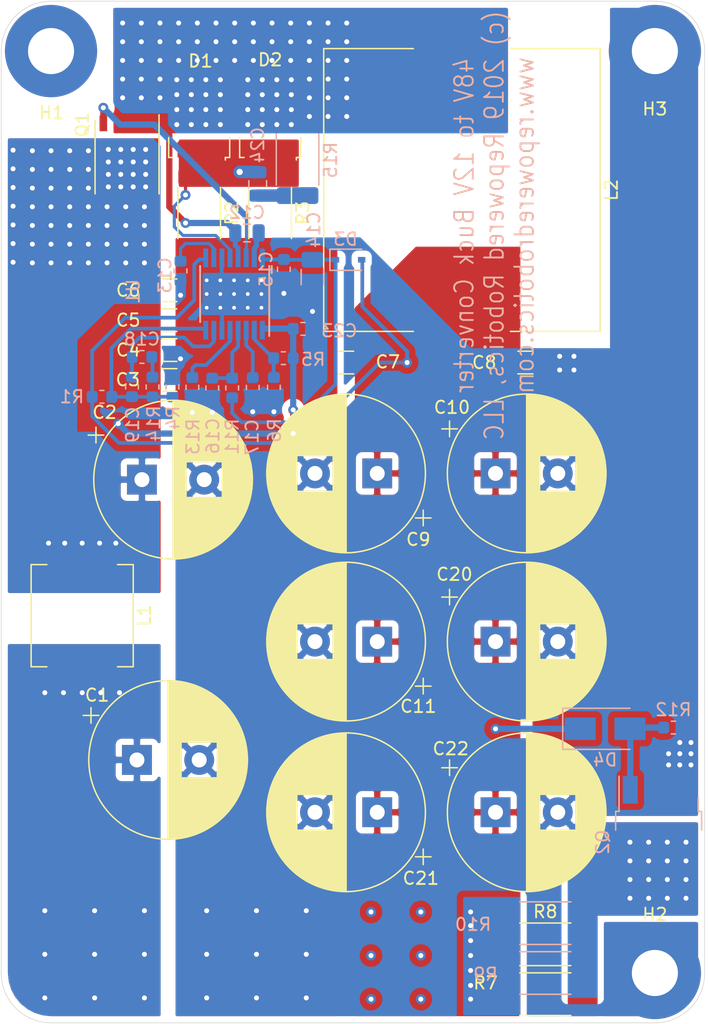
<source format=kicad_pcb>
(kicad_pcb (version 20171130) (host pcbnew "(5.1.2)-2")
  (layers (0 F.Cu signal) (31 B.Cu signal) (34 B.Paste user) (35 F.Paste user) (36 B.SilkS user) (37 F.SilkS user) (38 B.Mask user) (39 F.Mask user) (44 Edge.Cuts user))
  (net 0 "")
  (net 1 GND)
  (net 2 /POWER)
  (net 3 /VIN)
  (net 4 /V_OUT)
  (net 5 /SW)
  (net 6 "Net-(C12-Pad1)")
  (net 7 "Net-(C13-Pad2)")
  (net 8 "Net-(C14-Pad1)")
  (net 9 "Net-(C16-Pad1)")
  (net 10 "Net-(C17-Pad1)")
  (net 11 "Net-(C18-Pad2)")
  (net 12 "Net-(C18-Pad1)")
  (net 13 /FB)
  (net 14 /CS)
  (net 15 "Net-(D4-Pad2)")
  (net 16 /GATE)
  (net 17 "Net-(Q2-Pad2)")
  (net 18 "Net-(R5-Pad1)")
  (net 19 "Net-(R13-Pad1)")
  (net 20 "Net-(H1-Pad1)")
  (net 21 "Net-(C24-Pad2)")
  (module Package_SO:HTSSOP-16-1EP_4.4x5mm_P0.65mm_EP3.4x5mm_Mask3x3mm_ThermalVias_1 (layer B.Cu) (at 68.2 62.5 90)
    (fp_text reference U1 (at 0.2 -8.1 90) (layer B.SilkS) (effects (justify mirror)))
    (fp_text value LM5088-2)
    (pad 4 smd rect (at -2.9 0.325 90) (size 1.5 0.4) (layers B.Cu B.Paste B.Mask) (net 9 "Net-(C16-Pad1)"))
    (pad 9 smd rect (at 2.9 -2.275 90) (size 1.5 0.4) (layers B.Cu B.Paste B.Mask) (net 4 /V_OUT))
    (pad 17 thru_hole circle (at 0 0 90) (size 0.6 0.6) (drill 0.3) (layers *.Cu) (net 1 GND))
    (pad 17 thru_hole circle (at 1.1 1.1 90) (size 0.6 0.6) (drill 0.3) (layers *.Cu) (net 1 GND))
    (pad 17 thru_hole circle (at 1.1 2.2 90) (size 0.6 0.6) (drill 0.3) (layers *.Cu) (net 1 GND))
    (pad 17 thru_hole circle (at -1.1 2.2 90) (size 0.6 0.6) (drill 0.3) (layers *.Cu) (net 1 GND))
    (pad 17 thru_hole circle (at -1.1 1.1 90) (size 0.6 0.6) (drill 0.3) (layers *.Cu) (net 1 GND))
    (pad 17 thru_hole circle (at 0 2.2 90) (size 0.6 0.6) (drill 0.3) (layers *.Cu) (net 1 GND))
    (pad 17 smd rect (at 0 0 90) (size 3.4 5) (layers F.Cu) (net 1 GND))
    (pad 17 thru_hole circle (at 1.1 -1.1 90) (size 0.6 0.6) (drill 0.3) (layers *.Cu) (net 1 GND))
    (pad 8 smd rect (at -2.9 -2.275 90) (size 1.5 0.4) (layers B.Cu B.Paste B.Mask) (net 13 /FB))
    (pad 2 smd rect (at -2.9 1.625 90) (size 1.5 0.4) (layers B.Cu B.Paste B.Mask) (net 18 "Net-(R5-Pad1)"))
    (pad 6 smd rect (at -2.9 -0.975 90) (size 1.5 0.4) (layers B.Cu B.Paste B.Mask) (net 1 GND))
    (pad 16 smd rect (at 2.9 2.275 90) (size 1.5 0.4) (layers B.Cu B.Paste B.Mask) (net 8 "Net-(C14-Pad1)"))
    (pad 17 thru_hole circle (at 1.1 0 90) (size 0.6 0.6) (drill 0.3) (layers *.Cu) (net 1 GND))
    (pad 17 thru_hole circle (at -1.1 -1.1 90) (size 0.6 0.6) (drill 0.3) (layers *.Cu) (net 1 GND))
    (pad 10 smd rect (at 2.9 -1.625 90) (size 1.5 0.4) (layers B.Cu B.Paste B.Mask) (net 7 "Net-(C13-Pad2)"))
    (pad 11 smd rect (at 2.9 -0.975 90) (size 1.5 0.4) (layers B.Cu B.Paste B.Mask) (net 1 GND))
    (pad 1 smd rect (at -2.9 2.275 90) (size 1.5 0.4) (layers B.Cu B.Paste B.Mask) (net 3 /VIN))
    (pad 5 smd rect (at -2.9 -0.325 90) (size 1.5 0.4) (layers B.Cu B.Paste B.Mask) (net 19 "Net-(R13-Pad1)"))
    (pad 12 smd rect (at 2.9 -0.325 90) (size 1.5 0.4) (layers B.Cu B.Paste B.Mask) (net 14 /CS))
    (pad 13 smd rect (at 2.9 0.325 90) (size 1.5 0.4) (layers B.Cu B.Paste B.Mask) (net 5 /SW))
    (pad 14 smd rect (at 2.9 0.975 90) (size 1.5 0.4) (layers B.Cu B.Paste B.Mask) (net 16 /GATE))
    (pad 7 smd rect (at -2.9 -1.625 90) (size 1.5 0.4) (layers B.Cu B.Paste B.Mask) (net 11 "Net-(C18-Pad2)"))
    (pad 17 thru_hole circle (at -1.1 -2.2 90) (size 0.6 0.6) (drill 0.3) (layers *.Cu) (net 1 GND))
    (pad 17 thru_hole circle (at 0 -2.2 90) (size 0.6 0.6) (drill 0.3) (layers *.Cu) (net 1 GND))
    (pad 17 thru_hole circle (at 1.1 -2.2 90) (size 0.6 0.6) (drill 0.3) (layers *.Cu) (net 1 GND))
    (pad 17 smd rect (at 0 0 90) (size 3.4 5) (layers B.Cu) (net 1 GND))
    (pad 15 smd rect (at 2.9 1.625 90) (size 1.5 0.4) (layers B.Cu B.Paste B.Mask) (net 6 "Net-(C12-Pad1)"))
    (pad 17 thru_hole circle (at 0 -1.1 90) (size 0.6 0.6) (drill 0.3) (layers *.Cu) (net 1 GND))
    (pad 17 thru_hole circle (at 0 1.1 90) (size 0.6 0.6) (drill 0.3) (layers *.Cu) (net 1 GND))
    (pad 17 thru_hole circle (at -1.1 0 90) (size 0.6 0.6) (drill 0.3) (layers *.Cu) (net 1 GND))
    (pad 3 smd rect (at -2.9 0.975 90) (size 1.5 0.4) (layers B.Cu B.Paste B.Mask) (net 10 "Net-(C17-Pad1)"))
  )
  (module Capacitor_SMD:C_0603_1608Metric (layer B.Cu) (at 73.7375 65.3)
    (fp_text reference C23 (at 2.9125 0.15) (layer B.SilkS) (effects (justify mirror)))
    (fp_text value 0.1u)
    (pad 2 smd roundrect (at 0.7875 0) (size 0.875 0.95) (layers B.Cu B.Paste B.Mask) (net 1 GND))
    (pad 1 smd roundrect (at -0.7875 0) (size 0.875 0.95) (layers B.Cu B.Paste B.Mask) (net 3 /VIN))
  )
  (module Capacitor_SMD:C_0603_1608Metric (layer B.Cu) (at 72.2 60.5125 270)
    (fp_text reference C15 (at 0 1.43 90) (layer B.SilkS) (effects (justify mirror)))
    (fp_text value 0.1u)
    (pad 2 smd roundrect (at 0.7875 0 270) (size 0.875 0.95) (layers B.Cu B.Paste B.Mask) (net 1 GND))
    (pad 1 smd roundrect (at -0.7875 0 270) (size 0.875 0.95) (layers B.Cu B.Paste B.Mask) (net 8 "Net-(C14-Pad1)"))
  )
  (module Resistor_SMD:R_2512_6332Metric (layer B.Cu) (at 73.3 51.7 270)
    (fp_text reference R15 (at 0.05 -2.65 90) (layer B.SilkS) (effects (justify mirror)))
    (fp_text value 4.7)
    (pad 2 smd roundrect (at 2.9 0 270) (size 1.35 3.35) (layers B.Cu B.Paste B.Mask) (roundrect_rratio 0.185185) (net 21 "Net-(C24-Pad2)"))
    (pad 1 smd roundrect (at -2.9 0 270) (size 1.35 3.35) (layers B.Cu B.Paste B.Mask) (roundrect_rratio 0.185185) (net 5 /SW))
  )
  (module Capacitor_SMD:C_0805_2012Metric (layer B.Cu) (at 70.1 53.6625 270)
    (fp_text reference C24 (at -3.1125 0 90) (layer B.SilkS) (effects (justify mirror)))
    (fp_text value 1500p)
    (pad 2 smd roundrect (at 0.9375 0 270) (size 0.975 1.4) (layers B.Cu B.Paste B.Mask) (net 21 "Net-(C24-Pad2)"))
    (pad 1 smd roundrect (at -0.9375 0 270) (size 0.975 1.4) (layers B.Cu B.Paste B.Mask) (net 14 /CS))
  )
  (module Capacitor_SMD:C_0805_2012Metric (layer B.Cu) (at 69.2375 57.6 180)
    (fp_text reference C12 (at 0 1.65) (layer B.SilkS) (effects (justify mirror)))
    (fp_text value 0.1u)
    (pad 2 smd roundrect (at 0.9375 0 180) (size 0.975 1.4) (layers B.Cu B.Paste B.Mask) (net 5 /SW))
    (pad 1 smd roundrect (at -0.9375 0 180) (size 0.975 1.4) (layers B.Cu B.Paste B.Mask) (net 6 "Net-(C12-Pad1)"))
  )
  (module Resistor_SMD:R_0603_1608Metric (layer B.Cu) (at 61.65 69.9625 90)
    (fp_text reference R14 (at -2.9375 0.1 90) (layer B.SilkS) (effects (justify mirror)))
    (fp_text value 47k)
    (pad 2 smd roundrect (at 0.7875 0 90) (size 0.875 0.95) (layers B.Cu B.Paste B.Mask) (net 12 "Net-(C18-Pad1)"))
    (pad 1 smd roundrect (at -0.7875 0 90) (size 0.875 0.95) (layers B.Cu B.Paste B.Mask) (net 13 /FB))
  )
  (module Resistor_SMD:R_0603_1608Metric (layer B.Cu) (at 64.85 69.9875 270)
    (fp_text reference R13 (at 3.9625 -0.05 90) (layer B.SilkS) (effects (justify mirror)))
    (fp_text value 20k)
    (pad 2 smd roundrect (at 0.7875 0 270) (size 0.875 0.95) (layers B.Cu B.Paste B.Mask) (net 1 GND))
    (pad 1 smd roundrect (at -0.7875 0 270) (size 0.875 0.95) (layers B.Cu B.Paste B.Mask) (net 19 "Net-(R13-Pad1)"))
  )
  (module Resistor_SMD:R_0603_1608Metric (layer B.Cu) (at 103.4875 97.3 180)
    (fp_text reference R12 (at 0 1.43) (layer B.SilkS) (effects (justify mirror)))
    (fp_text value 2.2k)
    (pad 2 smd roundrect (at 0.7875 0 180) (size 0.875 0.95) (layers B.Cu B.Paste B.Mask) (net 15 "Net-(D4-Pad2)"))
    (pad 1 smd roundrect (at -0.7875 0 180) (size 0.875 0.95) (layers B.Cu B.Paste B.Mask) (net 1 GND))
  )
  (module Resistor_SMD:R_0603_1608Metric (layer B.Cu) (at 68.05 70.0375 270)
    (fp_text reference R11 (at 3.9125 0 90) (layer B.SilkS) (effects (justify mirror)))
    (fp_text value 330k)
    (pad 2 smd roundrect (at 0.7875 0 270) (size 0.875 0.95) (layers B.Cu B.Paste B.Mask) (net 8 "Net-(C14-Pad1)"))
    (pad 1 smd roundrect (at -0.7875 0 270) (size 0.875 0.95) (layers B.Cu B.Paste B.Mask) (net 9 "Net-(C16-Pad1)"))
  )
  (module Resistor_SMD:R_2512_6332Metric (layer B.Cu) (at 93.2 113)
    (fp_text reference R10 (at -5.8 0.1) (layer B.SilkS) (effects (justify mirror)))
    (fp_text value 4.7)
    (pad 2 smd roundrect (at 2.9 0) (size 1.35 3.35) (layers B.Cu B.Paste B.Mask) (roundrect_rratio 0.185185) (net 17 "Net-(Q2-Pad2)"))
    (pad 1 smd roundrect (at -2.9 0) (size 1.35 3.35) (layers B.Cu B.Paste B.Mask) (roundrect_rratio 0.185185) (net 4 /V_OUT))
  )
  (module Resistor_SMD:R_2512_6332Metric (layer B.Cu) (at 93.2 117)
    (fp_text reference R9 (at -4.8 0.1) (layer B.SilkS) (effects (justify mirror)))
    (fp_text value 4.7)
    (pad 2 smd roundrect (at 2.9 0) (size 1.35 3.35) (layers B.Cu B.Paste B.Mask) (roundrect_rratio 0.185185) (net 17 "Net-(Q2-Pad2)"))
    (pad 1 smd roundrect (at -2.9 0) (size 1.35 3.35) (layers B.Cu B.Paste B.Mask) (roundrect_rratio 0.185185) (net 4 /V_OUT))
  )
  (module Resistor_SMD:R_2512_6332Metric (layer F.Cu) (at 93.2 114.7)
    (fp_text reference R8 (at 0 -2.62) (layer F.SilkS))
    (fp_text value 4.7)
    (pad 2 smd roundrect (at 2.9 0) (size 1.35 3.35) (layers F.Cu F.Paste F.Mask) (roundrect_rratio 0.185185) (net 17 "Net-(Q2-Pad2)"))
    (pad 1 smd roundrect (at -2.9 0) (size 1.35 3.35) (layers F.Cu F.Paste F.Mask) (roundrect_rratio 0.185185) (net 4 /V_OUT))
  )
  (module Resistor_SMD:R_2512_6332Metric (layer F.Cu) (at 93.2 118.7)
    (fp_text reference R7 (at -4.8 -0.9) (layer F.SilkS))
    (fp_text value 4.7)
    (pad 2 smd roundrect (at 2.9 0) (size 1.35 3.35) (layers F.Cu F.Paste F.Mask) (roundrect_rratio 0.185185) (net 17 "Net-(Q2-Pad2)"))
    (pad 1 smd roundrect (at -2.9 0) (size 1.35 3.35) (layers F.Cu F.Paste F.Mask) (roundrect_rratio 0.185185) (net 4 /V_OUT))
  )
  (module Resistor_SMD:R_0603_1608Metric (layer B.Cu) (at 71.4 69.9875 90)
    (fp_text reference R6 (at -3.4625 0.05 90) (layer B.SilkS) (effects (justify mirror)))
    (fp_text value 3.3k)
    (pad 2 smd roundrect (at 0.7875 0 90) (size 0.875 0.95) (layers B.Cu B.Paste B.Mask) (net 18 "Net-(R5-Pad1)"))
    (pad 1 smd roundrect (at -0.7875 0 90) (size 0.875 0.95) (layers B.Cu B.Paste B.Mask) (net 1 GND))
  )
  (module Resistor_SMD:R_0603_1608Metric (layer B.Cu) (at 72.1625 67.65)
    (fp_text reference R5 (at 2.3875 0.1) (layer B.SilkS) (effects (justify mirror)))
    (fp_text value 47k)
    (pad 2 smd roundrect (at 0.7875 0) (size 0.875 0.95) (layers B.Cu B.Paste B.Mask) (net 3 /VIN))
    (pad 1 smd roundrect (at -0.7875 0) (size 0.875 0.95) (layers B.Cu B.Paste B.Mask) (net 18 "Net-(R5-Pad1)"))
  )
  (module Resistor_SMD:R_0603_1608Metric (layer B.Cu) (at 63.25 69.9625 90)
    (fp_text reference R4 (at -2.4875 0.05 90) (layer B.SilkS) (effects (justify mirror)))
    (fp_text value 2.2k)
    (pad 2 smd roundrect (at 0.7875 0 90) (size 0.875 0.95) (layers B.Cu B.Paste B.Mask) (net 1 GND))
    (pad 1 smd roundrect (at -0.7875 0 90) (size 0.875 0.95) (layers B.Cu B.Paste B.Mask) (net 13 /FB))
  )
  (module Resistor_SMD:R_2512_6332Metric (layer F.Cu) (at 71.1 56 270)
    (fp_text reference R3 (at 0 -2.62 90) (layer F.SilkS))
    (fp_text value 0.005)
    (pad 2 smd roundrect (at 2.9 0 270) (size 1.35 3.35) (layers F.Cu F.Paste F.Mask) (roundrect_rratio 0.185185) (net 1 GND))
    (pad 1 smd roundrect (at -2.9 0 270) (size 1.35 3.35) (layers F.Cu F.Paste F.Mask) (roundrect_rratio 0.185185) (net 14 /CS))
  )
  (module Resistor_SMD:R_2512_6332Metric (layer F.Cu) (at 65.4 56 270)
    (fp_text reference R2 (at 0 -2.62 90) (layer F.SilkS))
    (fp_text value 0.005)
    (pad 2 smd roundrect (at 2.9 0 270) (size 1.35 3.35) (layers F.Cu F.Paste F.Mask) (roundrect_rratio 0.185185) (net 1 GND))
    (pad 1 smd roundrect (at -2.9 0 270) (size 1.35 3.35) (layers F.Cu F.Paste F.Mask) (roundrect_rratio 0.185185) (net 14 /CS))
  )
  (module Resistor_SMD:R_0603_1608Metric (layer B.Cu) (at 57.5875 70.75)
    (fp_text reference R1 (at -2.4125 0) (layer B.SilkS) (effects (justify mirror)))
    (fp_text value 20k)
    (pad 2 smd roundrect (at 0.7875 0) (size 0.875 0.95) (layers B.Cu B.Paste B.Mask) (net 13 /FB))
    (pad 1 smd roundrect (at -0.7875 0) (size 0.875 0.95) (layers B.Cu B.Paste B.Mask) (net 4 /V_OUT))
  )
  (module Package_TO_SOT_SMD:TO-252-2 (layer B.Cu) (at 102.3 106.5 270)
    (fp_text reference Q2 (at 0 4.5 90) (layer B.SilkS) (effects (justify mirror)))
    (fp_text value 2SC6017)
    (pad 2 smd rect (at 2.1 0 270) (size 6.4 5.8) (layers B.Cu B.Mask) (net 17 "Net-(Q2-Pad2)"))
    (pad 3 smd rect (at -4.2 -2.28 270) (size 2.2 1.2) (layers B.Cu B.Paste B.Mask) (net 1 GND))
    (pad 1 smd rect (at -4.2 2.28 270) (size 2.2 1.2) (layers B.Cu B.Paste B.Mask) (net 15 "Net-(D4-Pad2)"))
  )
  (module Package_SO:PowerPAK_SO-8L_Single (layer F.Cu) (at 59.605 51.515 270)
    (fp_text reference Q1 (at -2.615 3.605 90) (layer F.SilkS))
    (fp_text value SQJ488EP)
    (pad 5 smd rect (at 0.1 2.25 270) (size 0.61 0.6) (layers F.Cu F.Paste F.Mask) (net 3 /VIN))
    (pad 5 smd rect (at 0 -2.25 270) (size 0.61 0.6) (layers F.Cu F.Paste F.Mask) (net 3 /VIN))
    (pad 5 smd rect (at 0.69 0 270) (size 3.81 4) (layers F.Cu F.Paste F.Mask) (net 3 /VIN))
    (pad 5 smd rect (at 2.85 0 270) (size 0.51 5) (layers F.Cu F.Paste F.Mask) (net 3 /VIN))
    (pad 4 smd rect (at -2.715 1.905 270) (size 1.27 0.61) (layers F.Cu F.Paste F.Mask) (net 16 /GATE))
    (pad 3 smd rect (at -2.715 0.635 270) (size 1.27 0.61) (layers F.Cu F.Paste F.Mask) (net 5 /SW))
    (pad 2 smd rect (at -2.715 -0.635 270) (size 1.27 0.61) (layers F.Cu F.Paste F.Mask) (net 5 /SW))
    (pad 1 smd rect (at -2.715 -1.905 270) (size 1.27 0.61) (layers F.Cu F.Paste F.Mask) (net 5 /SW))
  )
  (module Inductor_SMD:L_Wuerth_HCI-2212 (layer F.Cu) (at 86.5 54.15 270)
    (fp_text reference L2 (at 0 -12 90) (layer F.SilkS))
    (fp_text value 3.3uH)
    (pad 2 smd rect (at 8.25 0 270) (size 7 7) (layers F.Cu F.Paste F.Mask) (net 4 /V_OUT))
    (pad 1 smd rect (at -8.25 0 270) (size 7 7) (layers F.Cu F.Paste F.Mask) (net 5 /SW))
  )
  (module Inductor_SMD:L_Vishay_IHLP-3232 (layer F.Cu) (at 56 88.32 90)
    (fp_text reference L1 (at 0.02 5 90) (layer F.SilkS))
    (fp_text value 330nH)
    (pad 2 smd rect (at 3.62 0 90) (size 2.413 5.334) (layers F.Cu F.Paste F.Mask) (net 3 /VIN))
    (pad 1 smd rect (at -3.62 0 90) (size 2.413 5.334) (layers F.Cu F.Paste F.Mask) (net 2 /POWER))
  )
  (module MountingHole:MountingHole_3.7mm_Pad (layer F.Cu) (at 102 43)
    (fp_text reference H3 (at 0 4.65) (layer F.SilkS))
    (fp_text value MountingHole_Pad)
    (pad 1 thru_hole circle (at 0 0) (size 7.4 7.4) (drill 3.7) (layers *.Cu *.Mask) (net 1 GND))
  )
  (module MountingHole:MountingHole_3.7mm_Pad (layer F.Cu) (at 102 117)
    (fp_text reference H2 (at 0 -4.7) (layer F.SilkS))
    (fp_text value MountingHole_Pad)
    (pad 1 thru_hole circle (at 0 0) (size 7.4 7.4) (drill 3.7) (layers *.Cu *.Mask) (net 1 GND))
  )
  (module MountingHole:MountingHole_3.7mm_Pad (layer F.Cu) (at 53.5 43)
    (fp_text reference H1 (at 0.05 4.95) (layer F.SilkS))
    (fp_text value MountingHole_Pad)
    (pad 1 thru_hole circle (at 0 0) (size 7.4 7.4) (drill 3.7) (layers *.Cu *.Mask) (net 20 "Net-(H1-Pad1)"))
  )
  (module Diode_SMD:D_SMA (layer B.Cu) (at 98 97.4)
    (fp_text reference D4 (at 0 2.5) (layer B.SilkS) (effects (justify mirror)))
    (fp_text value 1SMA4742TR)
    (pad 2 smd rect (at 2 0) (size 2.5 1.8) (layers B.Cu B.Paste B.Mask) (net 15 "Net-(D4-Pad2)"))
    (pad 1 smd rect (at -2 0) (size 2.5 1.8) (layers B.Cu B.Paste B.Mask) (net 4 /V_OUT))
  )
  (module Diode_SMD:D_SOD-323 (layer B.Cu) (at 77.4 59.75)
    (fp_text reference D3 (at -0.25 -1.65) (layer B.SilkS) (effects (justify mirror)))
    (fp_text value NRS0530)
    (pad 2 smd rect (at 1.05 0) (size 0.6 0.45) (layers B.Cu B.Paste B.Mask) (net 4 /V_OUT))
    (pad 1 smd rect (at -1.05 0) (size 0.6 0.45) (layers B.Cu B.Paste B.Mask) (net 8 "Net-(C14-Pad1)"))
  )
  (module Package_TO_SOT_SMD:TO-277A (layer F.Cu) (at 71.1 48.14 180)
    (fp_text reference D2 (at 0 4.44 180) (layer F.SilkS))
    (fp_text value FSV15150V)
    (pad 2 smd rect (at 1.04 -2.765) (size 1.4 1.27) (layers F.Cu F.Paste F.Mask) (net 14 /CS))
    (pad 3 smd rect (at 0 1.04) (size 4.8 4.72) (layers F.Cu F.Mask) (net 5 /SW))
    (pad 1 smd rect (at -1.04 -2.765) (size 1.4 1.27) (layers F.Cu F.Paste F.Mask) (net 14 /CS))
  )
  (module Package_TO_SOT_SMD:TO-277A (layer F.Cu) (at 65.4 48.14 180)
    (fp_text reference D1 (at -0.1 4.34 180) (layer F.SilkS))
    (fp_text value FSV15150V)
    (pad 2 smd rect (at 1.04 -2.765) (size 1.4 1.27) (layers F.Cu F.Paste F.Mask) (net 14 /CS))
    (pad 3 smd rect (at 0 1.04) (size 4.8 4.72) (layers F.Cu F.Mask) (net 5 /SW))
    (pad 1 smd rect (at -1.04 -2.765) (size 1.4 1.27) (layers F.Cu F.Paste F.Mask) (net 14 /CS))
  )
  (module Capacitor_THT:CP_Radial_D12.5mm_P5.00mm (layer F.Cu) (at 89.2 104.1)
    (fp_text reference C22 (at -3.6 -5.1) (layer F.SilkS))
    (fp_text value 470u)
    (pad 2 thru_hole circle (at 5 0) (size 2.4 2.4) (drill 1.2) (layers *.Cu *.Mask) (net 1 GND))
    (pad 1 thru_hole rect (at 0 0) (size 2.4 2.4) (drill 1.2) (layers *.Cu *.Mask) (net 4 /V_OUT))
  )
  (module Capacitor_THT:CP_Radial_D12.5mm_P5.00mm (layer F.Cu) (at 79.7 104.1 180)
    (fp_text reference C21 (at -3.5 -5.3) (layer F.SilkS))
    (fp_text value 470u)
    (pad 2 thru_hole circle (at 5 0 180) (size 2.4 2.4) (drill 1.2) (layers *.Cu *.Mask) (net 1 GND))
    (pad 1 thru_hole rect (at 0 0 180) (size 2.4 2.4) (drill 1.2) (layers *.Cu *.Mask) (net 4 /V_OUT))
  )
  (module Capacitor_THT:CP_Radial_D12.5mm_P5.00mm (layer F.Cu) (at 89.2 90.4)
    (fp_text reference C20 (at -3.3 -5.4) (layer F.SilkS))
    (fp_text value 470u)
    (pad 2 thru_hole circle (at 5 0) (size 2.4 2.4) (drill 1.2) (layers *.Cu *.Mask) (net 1 GND))
    (pad 1 thru_hole rect (at 0 0) (size 2.4 2.4) (drill 1.2) (layers *.Cu *.Mask) (net 4 /V_OUT))
  )
  (module Capacitor_SMD:C_0603_1608Metric (layer B.Cu) (at 60 69.95 90)
    (fp_text reference C19 (at -3.05 0.05 90) (layer B.SilkS) (effects (justify mirror)))
    (fp_text value 33p)
    (pad 2 smd roundrect (at 0.7875 0 90) (size 0.875 0.95) (layers B.Cu B.Paste B.Mask) (net 11 "Net-(C18-Pad2)"))
    (pad 1 smd roundrect (at -0.7875 0 90) (size 0.875 0.95) (layers B.Cu B.Paste B.Mask) (net 13 /FB))
  )
  (module Capacitor_SMD:C_0603_1608Metric (layer B.Cu) (at 60.8 67.55 180)
    (fp_text reference C18 (at 0 1.43) (layer B.SilkS) (effects (justify mirror)))
    (fp_text value 4700p)
    (pad 2 smd roundrect (at 0.7875 0 180) (size 0.875 0.95) (layers B.Cu B.Paste B.Mask) (net 11 "Net-(C18-Pad2)"))
    (pad 1 smd roundrect (at -0.7875 0 180) (size 0.875 0.95) (layers B.Cu B.Paste B.Mask) (net 12 "Net-(C18-Pad1)"))
  )
  (module Capacitor_SMD:C_0603_1608Metric (layer B.Cu) (at 69.7 70 270)
    (fp_text reference C17 (at 4 0.05 90) (layer B.SilkS) (effects (justify mirror)))
    (fp_text value 0.1u)
    (pad 2 smd roundrect (at 0.7875 0 270) (size 0.875 0.95) (layers B.Cu B.Paste B.Mask) (net 1 GND))
    (pad 1 smd roundrect (at -0.7875 0 270) (size 0.875 0.95) (layers B.Cu B.Paste B.Mask) (net 10 "Net-(C17-Pad1)"))
  )
  (module Capacitor_SMD:C_0603_1608Metric (layer B.Cu) (at 66.45 70.0375 270)
    (fp_text reference C16 (at 3.8625 -0.05 90) (layer B.SilkS) (effects (justify mirror)))
    (fp_text value 150p)
    (pad 2 smd roundrect (at 0.7875 0 270) (size 0.875 0.95) (layers B.Cu B.Paste B.Mask) (net 1 GND))
    (pad 1 smd roundrect (at -0.7875 0 270) (size 0.875 0.95) (layers B.Cu B.Paste B.Mask) (net 9 "Net-(C16-Pad1)"))
  )
  (module Capacitor_SMD:C_1206_3216Metric (layer B.Cu) (at 74.5 61.15 270)
    (fp_text reference C14 (at -3.8 -0.1 90) (layer B.SilkS) (effects (justify mirror)))
    (fp_text value 10u)
    (pad 2 smd roundrect (at 1.4 0 270) (size 1.25 1.75) (layers B.Cu B.Paste B.Mask) (roundrect_rratio 0.2) (net 1 GND))
    (pad 1 smd roundrect (at -1.4 0 270) (size 1.25 1.75) (layers B.Cu B.Paste B.Mask) (roundrect_rratio 0.2) (net 8 "Net-(C14-Pad1)"))
  )
  (module Capacitor_SMD:C_0603_1608Metric (layer B.Cu) (at 63.9 60.65 90)
    (fp_text reference C13 (at -0.35 -1.25 90) (layer B.SilkS) (effects (justify mirror)))
    (fp_text value 0.1u)
    (pad 2 smd roundrect (at 0.7875 0 90) (size 0.875 0.95) (layers B.Cu B.Paste B.Mask) (net 7 "Net-(C13-Pad2)"))
    (pad 1 smd roundrect (at -0.7875 0 90) (size 0.875 0.95) (layers B.Cu B.Paste B.Mask) (net 1 GND))
  )
  (module Capacitor_THT:CP_Radial_D12.5mm_P5.00mm (layer F.Cu) (at 79.7 90.4 180)
    (fp_text reference C11 (at -3.3 -5.2) (layer F.SilkS))
    (fp_text value 470u)
    (pad 2 thru_hole circle (at 5 0 180) (size 2.4 2.4) (drill 1.2) (layers *.Cu *.Mask) (net 1 GND))
    (pad 1 thru_hole rect (at 0 0 180) (size 2.4 2.4) (drill 1.2) (layers *.Cu *.Mask) (net 4 /V_OUT))
  )
  (module Capacitor_THT:CP_Radial_D12.5mm_P5.00mm (layer F.Cu) (at 89.2 76.9)
    (fp_text reference C10 (at -3.5 -5.3) (layer F.SilkS))
    (fp_text value 470u)
    (pad 2 thru_hole circle (at 5 0) (size 2.4 2.4) (drill 1.2) (layers *.Cu *.Mask) (net 1 GND))
    (pad 1 thru_hole rect (at 0 0) (size 2.4 2.4) (drill 1.2) (layers *.Cu *.Mask) (net 4 /V_OUT))
  )
  (module Capacitor_THT:CP_Radial_D12.5mm_P5.00mm (layer F.Cu) (at 79.7 76.9 180)
    (fp_text reference C9 (at -3.3 -5.3 180) (layer F.SilkS))
    (fp_text value 470u)
    (pad 2 thru_hole circle (at 5 0 180) (size 2.4 2.4) (drill 1.2) (layers *.Cu *.Mask) (net 1 GND))
    (pad 1 thru_hole rect (at 0 0 180) (size 2.4 2.4) (drill 1.2) (layers *.Cu *.Mask) (net 4 /V_OUT))
  )
  (module Capacitor_SMD:C_1206_3216Metric (layer F.Cu) (at 91.6 68)
    (fp_text reference C8 (at -3.3 0) (layer F.SilkS))
    (fp_text value 10u)
    (pad 2 smd roundrect (at 1.4 0) (size 1.25 1.75) (layers F.Cu F.Paste F.Mask) (roundrect_rratio 0.2) (net 1 GND))
    (pad 1 smd roundrect (at -1.4 0) (size 1.25 1.75) (layers F.Cu F.Paste F.Mask) (roundrect_rratio 0.2) (net 4 /V_OUT))
  )
  (module Capacitor_SMD:C_1206_3216Metric (layer F.Cu) (at 77.2 68 180)
    (fp_text reference C7 (at -3.35 0.05) (layer F.SilkS))
    (fp_text value 10u)
    (pad 2 smd roundrect (at 1.4 0 180) (size 1.25 1.75) (layers F.Cu F.Paste F.Mask) (roundrect_rratio 0.2) (net 1 GND))
    (pad 1 smd roundrect (at -1.4 0 180) (size 1.25 1.75) (layers F.Cu F.Paste F.Mask) (roundrect_rratio 0.2) (net 4 /V_OUT))
  )
  (module Capacitor_SMD:C_1206_3216Metric (layer F.Cu) (at 63 62.2)
    (fp_text reference C6 (at -3.3 0) (layer F.SilkS))
    (fp_text value 1u)
    (pad 2 smd roundrect (at 1.4 0) (size 1.25 1.75) (layers F.Cu F.Paste F.Mask) (roundrect_rratio 0.2) (net 1 GND))
    (pad 1 smd roundrect (at -1.4 0) (size 1.25 1.75) (layers F.Cu F.Paste F.Mask) (roundrect_rratio 0.2) (net 3 /VIN))
  )
  (module Capacitor_SMD:C_1206_3216Metric (layer F.Cu) (at 63 64.6)
    (fp_text reference C5 (at -3.3 0) (layer F.SilkS))
    (fp_text value 1u)
    (pad 2 smd roundrect (at 1.4 0) (size 1.25 1.75) (layers F.Cu F.Paste F.Mask) (roundrect_rratio 0.2) (net 1 GND))
    (pad 1 smd roundrect (at -1.4 0) (size 1.25 1.75) (layers F.Cu F.Paste F.Mask) (roundrect_rratio 0.2) (net 3 /VIN))
  )
  (module Capacitor_SMD:C_1206_3216Metric (layer F.Cu) (at 63 67)
    (fp_text reference C4 (at -3.3 0) (layer F.SilkS))
    (fp_text value 1u)
    (pad 2 smd roundrect (at 1.4 0) (size 1.25 1.75) (layers F.Cu F.Paste F.Mask) (roundrect_rratio 0.2) (net 1 GND))
    (pad 1 smd roundrect (at -1.4 0) (size 1.25 1.75) (layers F.Cu F.Paste F.Mask) (roundrect_rratio 0.2) (net 3 /VIN))
  )
  (module Capacitor_SMD:C_1206_3216Metric (layer F.Cu) (at 63 69.4)
    (fp_text reference C3 (at -3.327918 -0.02) (layer F.SilkS))
    (fp_text value 1u)
    (pad 2 smd roundrect (at 1.4 0) (size 1.25 1.75) (layers F.Cu F.Paste F.Mask) (roundrect_rratio 0.2) (net 1 GND))
    (pad 1 smd roundrect (at -1.4 0) (size 1.25 1.75) (layers F.Cu F.Paste F.Mask) (roundrect_rratio 0.2) (net 3 /VIN))
  )
  (module Capacitor_THT:CP_Radial_D12.5mm_P5.00mm (layer F.Cu) (at 60.8 77.4)
    (fp_text reference C2 (at -3 -5.4) (layer F.SilkS))
    (fp_text value 47u)
    (pad 2 thru_hole circle (at 5 0) (size 2.4 2.4) (drill 1.2) (layers *.Cu *.Mask) (net 1 GND))
    (pad 1 thru_hole rect (at 0 0) (size 2.4 2.4) (drill 1.2) (layers *.Cu *.Mask) (net 3 /VIN))
  )
  (module Capacitor_THT:CP_Radial_D12.5mm_P5.00mm (layer F.Cu) (at 60.4 99.9)
    (fp_text reference C1 (at -3.2 -5.2) (layer F.SilkS))
    (fp_text value 47u)
    (pad 2 thru_hole circle (at 5 0) (size 2.4 2.4) (drill 1.2) (layers *.Cu *.Mask) (net 1 GND))
    (pad 1 thru_hole rect (at 0 0) (size 2.4 2.4) (drill 1.2) (layers *.Cu *.Mask) (net 2 /POWER))
  )
  (gr_text "48V to 12V Buck Converter\n(c) 2019 Repowered Robotics, LLC\nwww.repoweredrobotics.com" (at 89.1 57 90) (layer B.SilkS) (effects (font (size 1.5 1.3)) (justify mirror)))
  (gr_arc (start 53.5 117) (end 49.5 117) (angle -90) (layer Edge.Cuts) (width 0.05))
  (gr_line (start 102 121) (end 53.5 121) (layer Edge.Cuts) (width 0.05))
  (gr_arc (start 102 117) (end 102 121) (angle -90) (layer Edge.Cuts) (width 0.05))
  (gr_line (start 106 43) (end 106 117) (layer Edge.Cuts) (width 0.05))
  (gr_arc (start 102 43) (end 106 43) (angle -90) (layer Edge.Cuts) (width 0.05))
  (gr_line (start 49.5 43) (end 49.5 117) (layer Edge.Cuts) (width 0.05))
  (gr_arc (start 53.5 43) (end 53.5 39) (angle -90) (layer Edge.Cuts) (width 0.05))
  (gr_line (start 53.5 39) (end 102 39) (layer Edge.Cuts) (width 0.05))
  (via (at 63.9 62.6) (size 0.8) (drill 0.4) (layers F.Cu B.Cu) (net 1))
  (via (at 74 115.5) (size 0.8) (drill 0.4) (layers F.Cu B.Cu) (net 1))
  (via (at 70 119) (size 0.8) (drill 0.4) (layers F.Cu B.Cu) (net 1))
  (via (at 74 112) (size 0.8) (drill 0.4) (layers F.Cu B.Cu) (net 1))
  (via (at 66 112) (size 0.8) (drill 0.4) (layers F.Cu B.Cu) (net 1))
  (via (at 74 119) (size 0.8) (drill 0.4) (layers F.Cu B.Cu) (net 1))
  (via (at 70 112) (size 0.8) (drill 0.4) (layers F.Cu B.Cu) (net 1))
  (via (at 70 115.5) (size 0.8) (drill 0.4) (layers F.Cu B.Cu) (net 1))
  (via (at 66 115.5) (size 0.8) (drill 0.4) (layers F.Cu B.Cu) (net 1))
  (via (at 66 119) (size 0.8) (drill 0.4) (layers F.Cu B.Cu) (net 1))
  (via (at 64.85 72) (size 0.8) (drill 0.4) (layers F.Cu B.Cu) (net 1))
  (via (at 94.35 67.5) (size 0.8) (drill 0.4) (layers F.Cu B.Cu) (net 1))
  (via (at 94.35 68.6) (size 0.8) (drill 0.4) (layers F.Cu B.Cu) (net 1))
  (via (at 74.5 63.9) (size 0.8) (drill 0.4) (layers F.Cu B.Cu) (net 1))
  (via (at 72.2 62.45) (size 0.8) (drill 0.4) (layers F.Cu B.Cu) (net 1))
  (via (at 69.7 71.95) (size 0.8) (drill 0.4) (layers F.Cu B.Cu) (net 1))
  (via (at 66.45 72) (size 0.8) (drill 0.4) (layers F.Cu B.Cu) (net 1))
  (via (at 71.4 71.95) (size 0.8) (drill 0.4) (layers F.Cu B.Cu) (net 1))
  (segment (start 67.225 59.725) (end 67.225 60.075) (width 0.25) (layer B.Cu) (net 1))
  (segment (start 67.225 60.075) (end 67.2 60.1) (width 0.25) (layer B.Cu) (net 1))
  (segment (start 67.225 65.275) (end 67.225 63.675) (width 0.3) (layer B.Cu) (net 1))
  (segment (start 67.225 63.675) (end 67.15 63.6) (width 0.3) (layer B.Cu) (net 1))
  (via (at 95.5 68.6) (size 0.8) (drill 0.4) (layers F.Cu B.Cu) (net 1))
  (via (at 95.5 67.5) (size 0.8) (drill 0.4) (layers F.Cu B.Cu) (net 1))
  (via (at 104.9 100.3) (size 0.8) (drill 0.4) (layers F.Cu B.Cu) (net 1))
  (via (at 104 100.3) (size 0.8) (drill 0.4) (layers F.Cu B.Cu) (net 1))
  (via (at 104 99.4) (size 0.8) (drill 0.4) (layers F.Cu B.Cu) (net 1))
  (via (at 104.9 99.4) (size 0.8) (drill 0.4) (layers F.Cu B.Cu) (net 1))
  (via (at 104.9 98.5) (size 0.8) (drill 0.4) (layers F.Cu B.Cu) (net 1))
  (via (at 104 98.5) (size 0.8) (drill 0.4) (layers F.Cu B.Cu) (net 1))
  (via (at 103.1 99.4) (size 0.8) (drill 0.4) (layers F.Cu B.Cu) (net 1))
  (via (at 103.1 100.3) (size 0.8) (drill 0.4) (layers F.Cu B.Cu) (net 1))
  (segment (start 67.2 60.1) (end 67.2 61.15) (width 0.3) (layer B.Cu) (net 1))
  (via (at 63.9 67.7) (size 0.8) (drill 0.4) (layers F.Cu B.Cu) (net 1))
  (via (at 61 112) (size 0.8) (drill 0.4) (layers F.Cu B.Cu) (net 2))
  (via (at 57 112) (size 0.8) (drill 0.4) (layers F.Cu B.Cu) (net 2))
  (via (at 53 112) (size 0.8) (drill 0.4) (layers F.Cu B.Cu) (net 2))
  (via (at 61 115.5) (size 0.8) (drill 0.4) (layers F.Cu B.Cu) (net 2))
  (via (at 57 115.5) (size 0.8) (drill 0.4) (layers F.Cu B.Cu) (net 2))
  (via (at 53 115.5) (size 0.8) (drill 0.4) (layers F.Cu B.Cu) (net 2))
  (via (at 61 119) (size 0.8) (drill 0.4) (layers F.Cu B.Cu) (net 2))
  (via (at 57 119) (size 0.8) (drill 0.4) (layers F.Cu B.Cu) (net 2))
  (via (at 53 119) (size 0.8) (drill 0.4) (layers F.Cu B.Cu) (net 2))
  (via (at 59 94.5) (size 0.8) (drill 0.4) (layers F.Cu B.Cu) (net 2))
  (via (at 57.5 94.5) (size 0.8) (drill 0.4) (layers F.Cu B.Cu) (net 2))
  (via (at 56 94.5) (size 0.8) (drill 0.4) (layers F.Cu B.Cu) (net 2))
  (via (at 54.5 94.5) (size 0.8) (drill 0.4) (layers F.Cu B.Cu) (net 2))
  (via (at 53 94.5) (size 0.8) (drill 0.4) (layers F.Cu B.Cu) (net 2))
  (via (at 53.3 82.5) (size 0.8) (drill 0.4) (layers F.Cu B.Cu) (net 3))
  (via (at 54.6 82.5) (size 0.8) (drill 0.4) (layers F.Cu B.Cu) (net 3))
  (via (at 56 82.5) (size 0.8) (drill 0.4) (layers F.Cu B.Cu) (net 3))
  (via (at 58.7 82.5) (size 0.8) (drill 0.4) (layers F.Cu B.Cu) (net 3))
  (via (at 57.4 82.5) (size 0.8) (drill 0.4) (layers F.Cu B.Cu) (net 3))
  (via (at 50.45 59.95) (size 0.8) (drill 0.4) (layers F.Cu B.Cu) (net 3))
  (via (at 50.45 50.95) (size 0.8) (drill 0.4) (layers F.Cu B.Cu) (net 3))
  (via (at 50.45 58.45) (size 0.8) (drill 0.4) (layers F.Cu B.Cu) (net 3))
  (via (at 50.45 53.95) (size 0.8) (drill 0.4) (layers F.Cu B.Cu) (net 3))
  (via (at 50.45 56.95) (size 0.8) (drill 0.4) (layers F.Cu B.Cu) (net 3))
  (via (at 50.45 52.45) (size 0.8) (drill 0.4) (layers F.Cu B.Cu) (net 3))
  (via (at 50.45 55.45) (size 0.8) (drill 0.4) (layers F.Cu B.Cu) (net 3))
  (via (at 59.5 60) (size 0.8) (drill 0.4) (layers F.Cu B.Cu) (net 3))
  (via (at 61 60) (size 0.8) (drill 0.4) (layers F.Cu B.Cu) (net 3))
  (via (at 58 60) (size 0.8) (drill 0.4) (layers F.Cu B.Cu) (net 3))
  (via (at 56.5 60) (size 0.8) (drill 0.4) (layers F.Cu B.Cu) (net 3))
  (via (at 55 60) (size 0.8) (drill 0.4) (layers F.Cu B.Cu) (net 3))
  (via (at 52 60) (size 0.8) (drill 0.4) (layers F.Cu B.Cu) (net 3))
  (via (at 53.5 60) (size 0.8) (drill 0.4) (layers F.Cu B.Cu) (net 3))
  (via (at 56.5 55.5) (size 0.8) (drill 0.4) (layers F.Cu B.Cu) (net 3))
  (via (at 52 55.5) (size 0.8) (drill 0.4) (layers F.Cu B.Cu) (net 3))
  (via (at 55 55.5) (size 0.8) (drill 0.4) (layers F.Cu B.Cu) (net 3))
  (via (at 53.5 55.5) (size 0.8) (drill 0.4) (layers F.Cu B.Cu) (net 3))
  (via (at 55 57) (size 0.8) (drill 0.4) (layers F.Cu B.Cu) (net 3))
  (via (at 52 58.5) (size 0.8) (drill 0.4) (layers F.Cu B.Cu) (net 3))
  (via (at 52 57) (size 0.8) (drill 0.4) (layers F.Cu B.Cu) (net 3))
  (via (at 53.5 58.5) (size 0.8) (drill 0.4) (layers F.Cu B.Cu) (net 3))
  (via (at 56.5 57) (size 0.8) (drill 0.4) (layers F.Cu B.Cu) (net 3))
  (via (at 56.5 58.5) (size 0.8) (drill 0.4) (layers F.Cu B.Cu) (net 3))
  (via (at 53.5 57) (size 0.8) (drill 0.4) (layers F.Cu B.Cu) (net 3))
  (via (at 55 58.5) (size 0.8) (drill 0.4) (layers F.Cu B.Cu) (net 3))
  (via (at 58 55.5) (size 0.8) (drill 0.4) (layers F.Cu B.Cu) (net 3))
  (via (at 61 55.5) (size 0.8) (drill 0.4) (layers F.Cu B.Cu) (net 3))
  (via (at 59.5 55.5) (size 0.8) (drill 0.4) (layers F.Cu B.Cu) (net 3))
  (via (at 61 57) (size 0.8) (drill 0.4) (layers F.Cu B.Cu) (net 3))
  (via (at 58 58.5) (size 0.8) (drill 0.4) (layers F.Cu B.Cu) (net 3))
  (via (at 58 57) (size 0.8) (drill 0.4) (layers F.Cu B.Cu) (net 3))
  (via (at 59.5 58.5) (size 0.8) (drill 0.4) (layers F.Cu B.Cu) (net 3))
  (via (at 59.5 57) (size 0.8) (drill 0.4) (layers F.Cu B.Cu) (net 3))
  (via (at 61 58.5) (size 0.8) (drill 0.4) (layers F.Cu B.Cu) (net 3))
  (via (at 56.5 52.5) (size 0.8) (drill 0.4) (layers F.Cu B.Cu) (net 3))
  (via (at 52 52.5) (size 0.8) (drill 0.4) (layers F.Cu B.Cu) (net 3))
  (via (at 55 52.5) (size 0.8) (drill 0.4) (layers F.Cu B.Cu) (net 3))
  (via (at 53.5 52.5) (size 0.8) (drill 0.4) (layers F.Cu B.Cu) (net 3))
  (via (at 56.5 54) (size 0.8) (drill 0.4) (layers F.Cu B.Cu) (net 3))
  (via (at 52 54) (size 0.8) (drill 0.4) (layers F.Cu B.Cu) (net 3))
  (via (at 55 54) (size 0.8) (drill 0.4) (layers F.Cu B.Cu) (net 3))
  (via (at 53.5 54) (size 0.8) (drill 0.4) (layers F.Cu B.Cu) (net 3))
  (via (at 56.5 51) (size 0.8) (drill 0.4) (layers F.Cu B.Cu) (net 3))
  (via (at 55 51) (size 0.8) (drill 0.4) (layers F.Cu B.Cu) (net 3))
  (via (at 53.5 51) (size 0.8) (drill 0.4) (layers F.Cu B.Cu) (net 3))
  (via (at 52 51) (size 0.8) (drill 0.4) (layers F.Cu B.Cu) (net 3))
  (via (at 61.1 53.9) (size 0.8) (drill 0.4) (layers F.Cu B.Cu) (net 3))
  (via (at 59.1 53.9) (size 0.8) (drill 0.4) (layers F.Cu B.Cu) (net 3))
  (via (at 60.1 53.9) (size 0.8) (drill 0.4) (layers F.Cu B.Cu) (net 3))
  (via (at 58.1 53.9) (size 0.8) (drill 0.4) (layers F.Cu B.Cu) (net 3))
  (via (at 61.1 52.9) (size 0.8) (drill 0.4) (layers F.Cu B.Cu) (net 3))
  (via (at 59.1 52.9) (size 0.8) (drill 0.4) (layers F.Cu B.Cu) (net 3))
  (via (at 60.1 52.9) (size 0.8) (drill 0.4) (layers F.Cu B.Cu) (net 3))
  (via (at 58.1 52.9) (size 0.8) (drill 0.4) (layers F.Cu B.Cu) (net 3))
  (via (at 61.1 51.9) (size 0.8) (drill 0.4) (layers F.Cu B.Cu) (net 3))
  (via (at 59.1 51.9) (size 0.8) (drill 0.4) (layers F.Cu B.Cu) (net 3))
  (via (at 60.1 51.9) (size 0.8) (drill 0.4) (layers F.Cu B.Cu) (net 3))
  (via (at 58.1 51.9) (size 0.8) (drill 0.4) (layers F.Cu B.Cu) (net 3))
  (via (at 58.1 50.9) (size 0.8) (drill 0.4) (layers F.Cu B.Cu) (net 3))
  (via (at 59.1 50.9) (size 0.8) (drill 0.4) (layers F.Cu B.Cu) (net 3))
  (via (at 60.1 50.9) (size 0.8) (drill 0.4) (layers F.Cu B.Cu) (net 3))
  (via (at 61.1 50.9) (size 0.8) (drill 0.4) (layers F.Cu B.Cu) (net 3))
  (segment (start 72.95 67.65) (end 72.95 66.3) (width 0.5) (layer B.Cu) (net 3))
  (via (at 72.95 73.7) (size 0.8) (drill 0.4) (layers F.Cu B.Cu) (net 3))
  (segment (start 60.8 76.9) (end 60.7 76.9) (width 0.3) (layer B.Cu) (net 3))
  (segment (start 72.95 66.3) (end 72.95 65.35) (width 0.5) (layer B.Cu) (net 3))
  (via (at 72.95 71.799998) (size 0.8) (drill 0.4) (layers F.Cu B.Cu) (net 3))
  (segment (start 72.95 67.65) (end 72.95 71.799998) (width 0.5) (layer B.Cu) (net 3))
  (segment (start 72.95 73.7) (end 72.95 71.799998) (width 0.5) (layer F.Cu) (net 3))
  (via (at 58.9 72.9) (size 0.8) (drill 0.4) (layers F.Cu B.Cu) (net 3))
  (segment (start 59.7 73.7) (end 58.9 72.9) (width 0.5) (layer B.Cu) (net 3))
  (segment (start 72.95 73.7) (end 59.7 73.7) (width 0.5) (layer B.Cu) (net 3))
  (segment (start 70.5 65.275) (end 72.875 65.275) (width 0.5) (layer B.Cu) (net 3))
  (via (at 87.2 115.6) (size 0.8) (drill 0.4) (layers F.Cu B.Cu) (net 4))
  (via (at 83.2 119.1) (size 0.8) (drill 0.4) (layers F.Cu B.Cu) (net 4))
  (via (at 87.2 112.1) (size 0.8) (drill 0.4) (layers F.Cu B.Cu) (net 4))
  (via (at 79.2 112.1) (size 0.8) (drill 0.4) (layers F.Cu B.Cu) (net 4))
  (via (at 87.2 119.1) (size 0.8) (drill 0.4) (layers F.Cu B.Cu) (net 4))
  (via (at 83.2 112.1) (size 0.8) (drill 0.4) (layers F.Cu B.Cu) (net 4))
  (via (at 83.2 115.6) (size 0.8) (drill 0.4) (layers F.Cu B.Cu) (net 4))
  (via (at 79.2 115.6) (size 0.8) (drill 0.4) (layers F.Cu B.Cu) (net 4))
  (via (at 79.2 119.1) (size 0.8) (drill 0.4) (layers F.Cu B.Cu) (net 4))
  (via (at 82.1 68) (size 0.8) (drill 0.4) (layers F.Cu B.Cu) (net 4))
  (via (at 87.2 113.2) (size 0.8) (drill 0.4) (layers F.Cu B.Cu) (net 4))
  (via (at 87.2 118) (size 0.8) (drill 0.4) (layers F.Cu B.Cu) (net 4))
  (segment (start 96 97.4) (end 89.2 97.4) (width 0.5) (layer B.Cu) (net 4))
  (segment (start 89.2 97.4) (end 89.2 97.4) (width 0.5) (layer B.Cu) (net 4))
  (via (at 89.2 97.4) (size 0.8) (drill 0.4) (layers F.Cu B.Cu) (net 4))
  (via (at 87.2 116.8) (size 0.8) (drill 0.4) (layers F.Cu B.Cu) (net 4))
  (via (at 87.2 114.4) (size 0.8) (drill 0.4) (layers F.Cu B.Cu) (net 4))
  (segment (start 65.4 59.725) (end 65.925 59.725) (width 0.3) (layer B.Cu) (net 4))
  (segment (start 63.6 64.4) (end 65 63) (width 0.3) (layer B.Cu) (net 4))
  (segment (start 65 63) (end 65 60.125) (width 0.3) (layer B.Cu) (net 4))
  (segment (start 59.45 64.4) (end 63.6 64.4) (width 0.3) (layer B.Cu) (net 4))
  (segment (start 79.9 68) (end 73.45 74.45) (width 0.3) (layer B.Cu) (net 4))
  (segment (start 82.1 68) (end 79.9 68) (width 0.3) (layer B.Cu) (net 4))
  (segment (start 73.45 74.45) (end 58.95 74.45) (width 0.3) (layer B.Cu) (net 4))
  (segment (start 58.95 74.45) (end 56.8 72.3) (width 0.3) (layer B.Cu) (net 4))
  (segment (start 56.8 72.3) (end 56.8 67.05) (width 0.3) (layer B.Cu) (net 4))
  (segment (start 65 60.125) (end 65.4 59.725) (width 0.3) (layer B.Cu) (net 4))
  (segment (start 56.8 67.05) (end 59.45 64.4) (width 0.3) (layer B.Cu) (net 4))
  (segment (start 78.5 63.5) (end 78.5 59.7) (width 0.3) (layer B.Cu) (net 4))
  (segment (start 82.1 68) (end 82.1 67.1) (width 0.3) (layer B.Cu) (net 4))
  (segment (start 82.1 67.1) (end 78.5 63.5) (width 0.3) (layer B.Cu) (net 4))
  (via (at 77.25 40.75) (size 0.8) (drill 0.4) (layers F.Cu B.Cu) (net 5))
  (via (at 77.25 46.75) (size 0.8) (drill 0.4) (layers F.Cu B.Cu) (net 5))
  (via (at 77.25 45.25) (size 0.8) (drill 0.4) (layers F.Cu B.Cu) (net 5))
  (via (at 77.25 48.25) (size 0.8) (drill 0.4) (layers F.Cu B.Cu) (net 5))
  (via (at 77.25 42.25) (size 0.8) (drill 0.4) (layers F.Cu B.Cu) (net 5))
  (via (at 77.25 43.75) (size 0.8) (drill 0.4) (layers F.Cu B.Cu) (net 5))
  (via (at 75.75 45.25) (size 0.8) (drill 0.4) (layers F.Cu B.Cu) (net 5))
  (via (at 74.25 45.25) (size 0.8) (drill 0.4) (layers F.Cu B.Cu) (net 5))
  (via (at 75.75 46.75) (size 0.8) (drill 0.4) (layers F.Cu B.Cu) (net 5))
  (via (at 74.25 48.25) (size 0.8) (drill 0.4) (layers F.Cu B.Cu) (net 5))
  (via (at 75.75 48.25) (size 0.8) (drill 0.4) (layers F.Cu B.Cu) (net 5))
  (via (at 74.25 46.75) (size 0.8) (drill 0.4) (layers F.Cu B.Cu) (net 5))
  (via (at 68.25 40.75) (size 0.8) (drill 0.4) (layers F.Cu B.Cu) (net 5))
  (via (at 71.25 40.75) (size 0.8) (drill 0.4) (layers F.Cu B.Cu) (net 5))
  (via (at 69.75 40.75) (size 0.8) (drill 0.4) (layers F.Cu B.Cu) (net 5))
  (via (at 71.25 42.25) (size 0.8) (drill 0.4) (layers F.Cu B.Cu) (net 5))
  (via (at 69.75 43.75) (size 0.8) (drill 0.4) (layers F.Cu B.Cu) (net 5))
  (via (at 68.25 42.25) (size 0.8) (drill 0.4) (layers F.Cu B.Cu) (net 5))
  (via (at 69.75 42.25) (size 0.8) (drill 0.4) (layers F.Cu B.Cu) (net 5))
  (via (at 68.25 43.75) (size 0.8) (drill 0.4) (layers F.Cu B.Cu) (net 5))
  (via (at 71.25 43.75) (size 0.8) (drill 0.4) (layers F.Cu B.Cu) (net 5))
  (via (at 72.75 40.75) (size 0.8) (drill 0.4) (layers F.Cu B.Cu) (net 5))
  (via (at 75.75 40.75) (size 0.8) (drill 0.4) (layers F.Cu B.Cu) (net 5))
  (via (at 74.25 40.75) (size 0.8) (drill 0.4) (layers F.Cu B.Cu) (net 5))
  (via (at 75.75 42.25) (size 0.8) (drill 0.4) (layers F.Cu B.Cu) (net 5))
  (via (at 74.25 43.75) (size 0.8) (drill 0.4) (layers F.Cu B.Cu) (net 5))
  (via (at 72.75 42.25) (size 0.8) (drill 0.4) (layers F.Cu B.Cu) (net 5))
  (via (at 74.25 42.25) (size 0.8) (drill 0.4) (layers F.Cu B.Cu) (net 5))
  (via (at 72.75 43.75) (size 0.8) (drill 0.4) (layers F.Cu B.Cu) (net 5))
  (via (at 75.75 43.75) (size 0.8) (drill 0.4) (layers F.Cu B.Cu) (net 5))
  (via (at 63.75 40.75) (size 0.8) (drill 0.4) (layers F.Cu B.Cu) (net 5))
  (via (at 66.75 40.75) (size 0.8) (drill 0.4) (layers F.Cu B.Cu) (net 5))
  (via (at 65.25 40.75) (size 0.8) (drill 0.4) (layers F.Cu B.Cu) (net 5))
  (via (at 66.75 42.25) (size 0.8) (drill 0.4) (layers F.Cu B.Cu) (net 5))
  (via (at 65.25 43.75) (size 0.8) (drill 0.4) (layers F.Cu B.Cu) (net 5))
  (via (at 63.75 42.25) (size 0.8) (drill 0.4) (layers F.Cu B.Cu) (net 5))
  (via (at 65.25 42.25) (size 0.8) (drill 0.4) (layers F.Cu B.Cu) (net 5))
  (via (at 63.75 43.75) (size 0.8) (drill 0.4) (layers F.Cu B.Cu) (net 5))
  (via (at 66.75 43.75) (size 0.8) (drill 0.4) (layers F.Cu B.Cu) (net 5))
  (via (at 62.25 40.75) (size 0.8) (drill 0.4) (layers F.Cu B.Cu) (net 5))
  (via (at 59.25 40.75) (size 0.8) (drill 0.4) (layers F.Cu B.Cu) (net 5))
  (via (at 60.75 40.75) (size 0.8) (drill 0.4) (layers F.Cu B.Cu) (net 5))
  (via (at 59.25 42.25) (size 0.8) (drill 0.4) (layers F.Cu B.Cu) (net 5))
  (via (at 60.75 42.25) (size 0.8) (drill 0.4) (layers F.Cu B.Cu) (net 5))
  (via (at 59.25 43.75) (size 0.8) (drill 0.4) (layers F.Cu B.Cu) (net 5))
  (via (at 62.25 43.75) (size 0.8) (drill 0.4) (layers F.Cu B.Cu) (net 5))
  (via (at 60.75 43.75) (size 0.8) (drill 0.4) (layers F.Cu B.Cu) (net 5))
  (via (at 62.25 42.25) (size 0.8) (drill 0.4) (layers F.Cu B.Cu) (net 5))
  (via (at 62.25 45.25) (size 0.8) (drill 0.4) (layers F.Cu B.Cu) (net 5))
  (via (at 59.25 45.25) (size 0.8) (drill 0.4) (layers F.Cu B.Cu) (net 5))
  (via (at 60.75 45.25) (size 0.8) (drill 0.4) (layers F.Cu B.Cu) (net 5))
  (via (at 71.633332 47.7) (size 0.8) (drill 0.4) (layers F.Cu B.Cu) (net 5))
  (via (at 72.8 47.7) (size 0.8) (drill 0.4) (layers F.Cu B.Cu) (net 5))
  (via (at 71.633332 45.3) (size 0.8) (drill 0.4) (layers F.Cu B.Cu) (net 5))
  (via (at 71.633332 46.5) (size 0.8) (drill 0.4) (layers F.Cu B.Cu) (net 5))
  (via (at 69.3 46.5) (size 0.8) (drill 0.4) (layers F.Cu B.Cu) (net 5))
  (via (at 72.8 46.5) (size 0.8) (drill 0.4) (layers F.Cu B.Cu) (net 5))
  (via (at 70.466666 45.3) (size 0.8) (drill 0.4) (layers F.Cu B.Cu) (net 5))
  (via (at 69.3 47.7) (size 0.8) (drill 0.4) (layers F.Cu B.Cu) (net 5))
  (via (at 69.3 45.3) (size 0.8) (drill 0.4) (layers F.Cu B.Cu) (net 5))
  (via (at 72.8 45.3) (size 0.8) (drill 0.4) (layers F.Cu B.Cu) (net 5))
  (via (at 69.3 48.9) (size 0.8) (drill 0.4) (layers F.Cu B.Cu) (net 5))
  (via (at 70.466666 48.9) (size 0.8) (drill 0.4) (layers F.Cu B.Cu) (net 5))
  (via (at 70.466666 47.7) (size 0.8) (drill 0.4) (layers F.Cu B.Cu) (net 5))
  (via (at 70.466666 46.5) (size 0.8) (drill 0.4) (layers F.Cu B.Cu) (net 5))
  (via (at 71.633332 48.9) (size 0.8) (drill 0.4) (layers F.Cu B.Cu) (net 5))
  (via (at 72.8 48.9) (size 0.8) (drill 0.4) (layers F.Cu B.Cu) (net 5))
  (via (at 65.933332 48.9) (size 0.8) (drill 0.4) (layers F.Cu B.Cu) (net 5))
  (via (at 64.766666 48.9) (size 0.8) (drill 0.4) (layers F.Cu B.Cu) (net 5))
  (via (at 63.6 48.9) (size 0.8) (drill 0.4) (layers F.Cu B.Cu) (net 5))
  (via (at 67.1 48.9) (size 0.8) (drill 0.4) (layers F.Cu B.Cu) (net 5))
  (via (at 65.933332 47.7) (size 0.8) (drill 0.4) (layers F.Cu B.Cu) (net 5))
  (via (at 64.766666 47.7) (size 0.8) (drill 0.4) (layers F.Cu B.Cu) (net 5))
  (via (at 63.6 47.7) (size 0.8) (drill 0.4) (layers F.Cu B.Cu) (net 5))
  (via (at 67.1 47.7) (size 0.8) (drill 0.4) (layers F.Cu B.Cu) (net 5))
  (via (at 65.933332 46.5) (size 0.8) (drill 0.4) (layers F.Cu B.Cu) (net 5))
  (via (at 64.766666 46.5) (size 0.8) (drill 0.4) (layers F.Cu B.Cu) (net 5))
  (via (at 63.6 46.5) (size 0.8) (drill 0.4) (layers F.Cu B.Cu) (net 5))
  (via (at 67.1 46.5) (size 0.8) (drill 0.4) (layers F.Cu B.Cu) (net 5))
  (via (at 67.1 45.3) (size 0.8) (drill 0.4) (layers F.Cu B.Cu) (net 5))
  (via (at 65.933332 45.3) (size 0.8) (drill 0.4) (layers F.Cu B.Cu) (net 5))
  (via (at 64.766666 45.3) (size 0.8) (drill 0.4) (layers F.Cu B.Cu) (net 5))
  (via (at 63.6 45.3) (size 0.8) (drill 0.4) (layers F.Cu B.Cu) (net 5))
  (via (at 59.25 46.75) (size 0.8) (drill 0.4) (layers F.Cu B.Cu) (net 5))
  (via (at 60.75 46.75) (size 0.8) (drill 0.4) (layers F.Cu B.Cu) (net 5))
  (via (at 62.25 46.75) (size 0.8) (drill 0.4) (layers F.Cu B.Cu) (net 5))
  (segment (start 63 49.2) (end 62.9 49.1) (width 0.25) (layer F.Cu) (net 5))
  (via (at 64.3 56.8) (size 0.8) (drill 0.4) (layers F.Cu B.Cu) (net 5))
  (segment (start 68.3 58.6) (end 68.3 57.6) (width 0.4) (layer B.Cu) (net 5))
  (segment (start 68.525 59.725) (end 68.525 58.825) (width 0.4) (layer B.Cu) (net 5))
  (segment (start 68.525 58.825) (end 68.3 58.6) (width 0.4) (layer B.Cu) (net 5))
  (segment (start 67.65 56.8) (end 64.3 56.8) (width 0.5) (layer B.Cu) (net 5))
  (segment (start 68.2625 57.65) (end 68.2625 57.4125) (width 0.3) (layer B.Cu) (net 5))
  (segment (start 68.2625 57.4125) (end 67.65 56.8) (width 0.5) (layer B.Cu) (net 5))
  (segment (start 63 55.5) (end 64.3 56.8) (width 0.5) (layer F.Cu) (net 5))
  (segment (start 63 49.2) (end 63 55.5) (width 0.5) (layer F.Cu) (net 5))
  (segment (start 70 58.65) (end 70 57.85) (width 0.4) (layer B.Cu) (net 6))
  (segment (start 69.825 59.725) (end 69.825 58.825) (width 0.4) (layer B.Cu) (net 6))
  (segment (start 69.825 58.825) (end 70 58.65) (width 0.4) (layer B.Cu) (net 6))
  (segment (start 63.9 58.85) (end 63.9 59.9) (width 0.25) (layer B.Cu) (net 7))
  (segment (start 64.3 58.45) (end 63.9 58.85) (width 0.25) (layer B.Cu) (net 7))
  (segment (start 66.2 58.45) (end 64.3 58.45) (width 0.25) (layer B.Cu) (net 7))
  (segment (start 66.575 59.725) (end 66.575 58.825) (width 0.25) (layer B.Cu) (net 7))
  (segment (start 66.575 58.825) (end 66.2 58.45) (width 0.25) (layer B.Cu) (net 7))
  (segment (start 74.025 59.725) (end 74.05 59.75) (width 0.3) (layer B.Cu) (net 8))
  (segment (start 76.35 59.75) (end 74.5 59.75) (width 0.3) (layer B.Cu) (net 8))
  (segment (start 74.5 59.75) (end 72.2 59.75) (width 0.3) (layer B.Cu) (net 8))
  (segment (start 72.2 59.725) (end 70.525 59.725) (width 0.3) (layer B.Cu) (net 8))
  (segment (start 68.05 72.05) (end 68.05 70.85) (width 0.3) (layer B.Cu) (net 8))
  (segment (start 68.8 72.8) (end 68.05 72.05) (width 0.3) (layer B.Cu) (net 8))
  (segment (start 73.3 72.8) (end 68.8 72.8) (width 0.3) (layer B.Cu) (net 8))
  (segment (start 76.35 59.75) (end 76.35 69.75) (width 0.3) (layer B.Cu) (net 8))
  (segment (start 76.35 69.75) (end 73.3 72.8) (width 0.3) (layer B.Cu) (net 8))
  (segment (start 68.525 65.275) (end 68.525 66.725) (width 0.3) (layer B.Cu) (net 9))
  (segment (start 68.525 66.725) (end 68.05 67.2) (width 0.3) (layer B.Cu) (net 9))
  (segment (start 68.05 67.2) (end 68.05 69.3) (width 0.3) (layer B.Cu) (net 9))
  (segment (start 66.45 69.25) (end 68 69.25) (width 0.3) (layer B.Cu) (net 9))
  (segment (start 69.175 65.275) (end 69.175 66.625) (width 0.3) (layer B.Cu) (net 10))
  (segment (start 69.175 66.625) (end 69.7 67.15) (width 0.3) (layer B.Cu) (net 10))
  (segment (start 69.7 67.15) (end 69.7 69.25) (width 0.3) (layer B.Cu) (net 10))
  (segment (start 60.0125 68.125) (end 60 68.1375) (width 0.3) (layer B.Cu) (net 11))
  (segment (start 60.0125 67.55) (end 60.0125 68.125) (width 0.3) (layer B.Cu) (net 11))
  (segment (start 60 68.1375) (end 60 69.2) (width 0.3) (layer B.Cu) (net 11))
  (segment (start 60 67) (end 60 67.55) (width 0.3) (layer B.Cu) (net 11))
  (segment (start 66.575 65.275) (end 66.575 66.325) (width 0.3) (layer B.Cu) (net 11))
  (segment (start 66.575 66.325) (end 66.2 66.7) (width 0.3) (layer B.Cu) (net 11))
  (segment (start 60 67) (end 60 66.6) (width 0.3) (layer B.Cu) (net 11))
  (segment (start 60 66.6) (end 60.6 66) (width 0.3) (layer B.Cu) (net 11))
  (segment (start 60.6 66) (end 64.2 66) (width 0.3) (layer B.Cu) (net 11))
  (segment (start 64.9 66.7) (end 66.2 66.7) (width 0.3) (layer B.Cu) (net 11))
  (segment (start 64.2 66) (end 64.9 66.7) (width 0.3) (layer B.Cu) (net 11))
  (segment (start 61.65 69.175) (end 61.65 67.55) (width 0.3) (layer B.Cu) (net 12))
  (segment (start 58.375 70.75) (end 58.9125 70.75) (width 0.3) (layer B.Cu) (net 13))
  (segment (start 58.9125 70.75) (end 63.25 70.75) (width 0.3) (layer B.Cu) (net 13))
  (segment (start 58.35 66.85) (end 58.35 70.8) (width 0.3) (layer B.Cu) (net 13))
  (segment (start 65.925 65.275) (end 59.925 65.275) (width 0.3) (layer B.Cu) (net 13))
  (segment (start 59.925 65.275) (end 58.35 66.85) (width 0.3) (layer B.Cu) (net 13))
  (via (at 68.65 52.7) (size 1) (drill 0.5) (layers F.Cu B.Cu) (net 14))
  (via (at 64.3 54.55) (size 0.8) (drill 0.4) (layers F.Cu B.Cu) (net 14))
  (segment (start 64.3 54.55) (end 64.3 53.984315) (width 0.25) (layer F.Cu) (net 14))
  (segment (start 64.3 53.984315) (end 64.3 53.55) (width 0.25) (layer F.Cu) (net 14))
  (segment (start 68.65 52.7) (end 69.357106 52.7) (width 1) (layer B.Cu) (net 14))
  (segment (start 69.357106 52.7) (end 70.1 52.7) (width 1) (layer B.Cu) (net 14))
  (segment (start 63.4 55.45) (end 64.3 54.55) (width 0.25) (layer B.Cu) (net 14))
  (segment (start 63.4 57.1) (end 63.4 55.45) (width 0.25) (layer B.Cu) (net 14))
  (segment (start 64.1 57.8) (end 63.4 57.1) (width 0.25) (layer B.Cu) (net 14))
  (segment (start 66.725 57.8) (end 64.1 57.8) (width 0.25) (layer B.Cu) (net 14))
  (segment (start 67.875 59.725) (end 67.875 58.95) (width 0.25) (layer B.Cu) (net 14))
  (segment (start 67.875 58.95) (end 66.725 57.8) (width 0.25) (layer B.Cu) (net 14))
  (segment (start 100.02 102.3) (end 100.02 97.32) (width 0.5) (layer B.Cu) (net 15))
  (segment (start 102.7 97.3) (end 100.2 97.3) (width 0.5) (layer B.Cu) (net 15))
  (segment (start 69.175 59.725) (end 69.2 59.7) (width 0.25) (layer B.Cu) (net 16))
  (segment (start 69.2 59.7) (end 69.2 56.3) (width 0.25) (layer B.Cu) (net 16))
  (via (at 57.7 47.550004) (size 0.8) (drill 0.4) (layers F.Cu B.Cu) (net 16))
  (segment (start 57.7 48.8) (end 57.7 47.550004) (width 0.5) (layer F.Cu) (net 16))
  (segment (start 57.700004 47.550004) (end 57.7 47.550004) (width 0.5) (layer B.Cu) (net 16))
  (segment (start 59.05 48.9) (end 57.700004 47.550004) (width 0.5) (layer B.Cu) (net 16))
  (segment (start 69.2 56.3) (end 61.8 48.9) (width 0.5) (layer B.Cu) (net 16))
  (segment (start 61.8 48.9) (end 59.05 48.9) (width 0.5) (layer B.Cu) (net 16))
  (via (at 100 111) (size 0.8) (drill 0.4) (layers F.Cu B.Cu) (net 17))
  (via (at 101.5 111) (size 0.8) (drill 0.4) (layers F.Cu B.Cu) (net 17))
  (via (at 103 111) (size 0.8) (drill 0.4) (layers F.Cu B.Cu) (net 17))
  (via (at 104.5 111) (size 0.8) (drill 0.4) (layers F.Cu B.Cu) (net 17))
  (via (at 104.5 109.5) (size 0.8) (drill 0.4) (layers F.Cu B.Cu) (net 17))
  (via (at 104.5 108) (size 0.8) (drill 0.4) (layers F.Cu B.Cu) (net 17))
  (via (at 104.5 106.5) (size 0.8) (drill 0.4) (layers F.Cu B.Cu) (net 17))
  (via (at 100 109.5) (size 0.8) (drill 0.4) (layers F.Cu B.Cu) (net 17))
  (via (at 101.5 109.5) (size 0.8) (drill 0.4) (layers F.Cu B.Cu) (net 17))
  (via (at 103 109.5) (size 0.8) (drill 0.4) (layers F.Cu B.Cu) (net 17))
  (via (at 103 108) (size 0.8) (drill 0.4) (layers F.Cu B.Cu) (net 17))
  (via (at 101.5 108) (size 0.8) (drill 0.4) (layers F.Cu B.Cu) (net 17))
  (via (at 100 108) (size 0.8) (drill 0.4) (layers F.Cu B.Cu) (net 17))
  (via (at 100 106.5) (size 0.8) (drill 0.4) (layers F.Cu B.Cu) (net 17))
  (via (at 101.5 106.5) (size 0.8) (drill 0.4) (layers F.Cu B.Cu) (net 17))
  (via (at 103 106.5) (size 0.8) (drill 0.4) (layers F.Cu B.Cu) (net 17))
  (segment (start 69.85 66.15) (end 69.85 65.25) (width 0.3) (layer B.Cu) (net 18))
  (segment (start 71.375 67.65) (end 71.35 67.65) (width 0.3) (layer B.Cu) (net 18))
  (segment (start 71.35 67.65) (end 69.85 66.15) (width 0.3) (layer B.Cu) (net 18))
  (segment (start 71.375 67.65) (end 71.375 69.225) (width 0.3) (layer B.Cu) (net 18))
  (segment (start 64.85 68.45) (end 64.85 69.25) (width 0.3) (layer B.Cu) (net 19))
  (segment (start 65.1 68.2) (end 64.85 68.45) (width 0.3) (layer B.Cu) (net 19))
  (segment (start 65.9625 68.2) (end 65.1 68.2) (width 0.3) (layer B.Cu) (net 19))
  (segment (start 67.875 65.275) (end 67.875 66.2875) (width 0.3) (layer B.Cu) (net 19))
  (segment (start 67.875 66.2875) (end 65.9625 68.2) (width 0.3) (layer B.Cu) (net 19))
  (segment (start 70.1 54.6) (end 73.35 54.6) (width 1) (layer B.Cu) (net 21))
  (zone (net 3) (net_name /VIN) (layer F.Cu) (connect_pads yes (clearance 0.508)) (min_thickness 0.254) (fill yes (arc_segments 32) (thermal_gap 0.508) (thermal_bridge_width 0.508))
    (polygon (pts (xy 49.5 50) (xy 62.3 50) (xy 62.3 86.5) (xy 49.5 86.5)))
  )
  (zone (net 3) (net_name /VIN) (layer B.Cu) (connect_pads yes (clearance 0.508)) (min_thickness 0.254) (fill yes (arc_segments 32) (thermal_gap 0.508) (thermal_bridge_width 0.508))
    (polygon (pts (xy 49.5 50) (xy 56.65 50) (xy 61.7 50) (xy 62.3 50.6) (xy 62.288083 63.300023) (xy 58.6 63.3) (xy 55.610756 66.2) (xy 55.6 73.55) (xy 62.2 73.55) (xy 62.2125 86.5) (xy 49.4875 86.5)))
  )
  (zone (net 5) (net_name /SW) (layer F.Cu) (connect_pads yes (clearance 0.508)) (min_thickness 0.254) (fill yes (arc_segments 32) (thermal_gap 0.508) (thermal_bridge_width 0.508))
    (polygon (pts (xy 58.5 49.6) (xy 58.5 39.5) (xy 90.2 39.5) (xy 90.2 49.6)))
  )
  (zone (net 14) (net_name /CS) (layer F.Cu) (connect_pads yes (clearance 0.508)) (min_thickness 0.254) (fill yes (arc_segments 32) (thermal_gap 0.508) (thermal_bridge_width 0.508))
    (polygon (pts (xy 63.6 50.1) (xy 63.6 53.9) (xy 73.4 53.9) (xy 73.4 50.1)))
  )
  (zone (net 5) (net_name /SW) (layer B.Cu) (connect_pads yes (clearance 0.508)) (min_thickness 0.254) (fill yes (arc_segments 32) (thermal_gap 0.508) (thermal_bridge_width 0.508))
    (polygon (pts (xy 63.5 49.6) (xy 62.9 49) (xy 62.9 48) (xy 58.5 48) (xy 58.5 39.5) (xy 90.2 39.5) (xy 90.2 49.6)))
  )
  (zone (net 1) (net_name GND) (layer F.Cu) (connect_pads yes (clearance 0.508)) (min_thickness 0.254) (fill yes (arc_segments 32) (thermal_gap 0.508) (thermal_bridge_width 0.508))
    (polygon (pts (xy 63.5 58) (xy 76.5 58) (xy 76.5 121) (xy 63.5 121)))
  )
  (zone (net 4) (net_name /V_OUT) (layer F.Cu) (connect_pads yes (clearance 0.508)) (min_thickness 0.254) (fill yes (arc_segments 32) (thermal_gap 0.508) (thermal_bridge_width 0.508))
    (polygon (pts (xy 82.8 58.7) (xy 77.9 63.6) (xy 77.9 121) (xy 91.2 121) (xy 91.2 58.7)))
  )
  (zone (net 1) (net_name GND) (layer B.Cu) (connect_pads yes (clearance 0.508)) (min_thickness 0.254) (fill yes (arc_segments 32) (thermal_gap 0.508) (thermal_bridge_width 0.508))
    (polygon (pts (xy 63.5 72.55) (xy 56.2 72.55) (xy 56.2 66.6) (xy 58.9 63.95) (xy 63.5 63.95) (xy 63.5 58) (xy 78.35 57.95) (xy 87.25 66.85) (xy 98.4 66.85) (xy 98.4 38.9) (xy 106.35 38.9) (xy 106.3 66.85) (xy 106.3 121) (xy 63.5 121)))
  )
  (zone (net 1) (net_name GND) (layer F.Cu) (connect_pads yes (clearance 0.508)) (min_thickness 0.254) (fill yes (arc_segments 32) (thermal_gap 0.508) (thermal_bridge_width 0.508))
    (polygon (pts (xy 92.2 66.85) (xy 98.4 66.875) (xy 98.4 38.925) (xy 106.2 38.9) (xy 106.2 66.85) (xy 106.3 121) (xy 92.15 121)))
  )
  (zone (net 2) (net_name /POWER) (layer F.Cu) (connect_pads yes (clearance 0.508)) (min_thickness 0.254) (fill yes (arc_segments 32) (thermal_gap 0.508) (thermal_bridge_width 0.508))
    (polygon (pts (xy 49.4 90.6) (xy 62.3 90.6) (xy 62.3 121.1) (xy 49.4 121.1)))
  )
  (zone (net 2) (net_name /POWER) (layer B.Cu) (connect_pads yes (clearance 0.508)) (min_thickness 0.254) (fill yes (arc_segments 32) (thermal_gap 0.508) (thermal_bridge_width 0.508))
    (polygon (pts (xy 49.4 90.6) (xy 62.3 90.6) (xy 62.3 121.1) (xy 49.4 121.1)))
  )
  (zone (net 4) (net_name /V_OUT) (layer B.Cu) (priority 1) (connect_pads yes (clearance 0.508)) (min_thickness 0.254) (fill yes (arc_segments 32) (thermal_gap 0.508) (thermal_bridge_width 0.508))
    (polygon (pts (xy 86.6 110.9) (xy 86.6 120.4) (xy 91.2 120.4) (xy 91.2 110.9)))
  )
  (zone (net 17) (net_name "Net-(Q2-Pad2)") (layer B.Cu) (priority 1) (connect_pads yes (clearance 0.508)) (min_thickness 0.254) (fill yes (arc_segments 32) (thermal_gap 0.508) (thermal_bridge_width 0.508))
    (polygon (pts (xy 95 119) (xy 95 107.1) (xy 97.2 104.9) (xy 106 104.9) (xy 106 112.4) (xy 97.4 112.4) (xy 97.4 119)))
  )
  (zone (net 17) (net_name "Net-(Q2-Pad2)") (layer F.Cu) (priority 1) (connect_pads yes (clearance 0.508)) (min_thickness 0.254) (fill yes (arc_segments 32) (thermal_gap 0.508) (thermal_bridge_width 0.508))
    (polygon (pts (xy 95 121) (xy 95 107.1) (xy 97.2 104.9) (xy 106 104.9) (xy 106 112.4) (xy 97.4 112.4) (xy 97.4 121)))
  )
)
</source>
